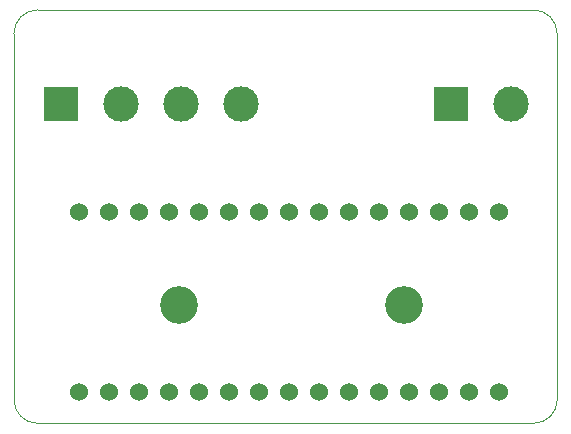
<source format=gbs>
G04 #@! TF.GenerationSoftware,KiCad,Pcbnew,(6.0.0)*
G04 #@! TF.CreationDate,2022-01-15T23:36:52+01:00*
G04 #@! TF.ProjectId,apa102nano,61706131-3032-46e6-916e-6f2e6b696361,rev?*
G04 #@! TF.SameCoordinates,Original*
G04 #@! TF.FileFunction,Soldermask,Bot*
G04 #@! TF.FilePolarity,Negative*
%FSLAX46Y46*%
G04 Gerber Fmt 4.6, Leading zero omitted, Abs format (unit mm)*
G04 Created by KiCad (PCBNEW (6.0.0)) date 2022-01-15 23:36:52*
%MOMM*%
%LPD*%
G01*
G04 APERTURE LIST*
G04 #@! TA.AperFunction,Profile*
%ADD10C,0.050000*%
G04 #@! TD*
%ADD11C,3.200000*%
%ADD12C,3.000000*%
%ADD13R,3.000000X3.000000*%
%ADD14C,1.524000*%
G04 APERTURE END LIST*
D10*
X103000000Y-46000000D02*
X61000000Y-46000000D01*
X105000000Y-48000000D02*
G75*
G03*
X103000000Y-46000000I-2000000J0D01*
G01*
X103000000Y-81000000D02*
G75*
G03*
X105000000Y-79000000I0J2000000D01*
G01*
X59000000Y-79000000D02*
G75*
G03*
X61000000Y-81000000I2000000J0D01*
G01*
X61000000Y-46000000D02*
G75*
G03*
X59000000Y-48000000I0J-2000000D01*
G01*
X105000000Y-79000000D02*
X105000000Y-48000000D01*
X61000000Y-81000000D02*
X103000000Y-81000000D01*
X59000000Y-48000000D02*
X59000000Y-79000000D01*
D11*
X73000000Y-71000000D03*
X92000000Y-71000000D03*
D12*
X78240000Y-54000000D03*
D13*
X63000000Y-54000000D03*
D12*
X73160000Y-54000000D03*
X68080000Y-54000000D03*
X101080000Y-54000000D03*
D13*
X96000000Y-54000000D03*
D14*
X64490000Y-78350000D03*
X67030000Y-78350000D03*
X69570000Y-78350000D03*
X72110000Y-78350000D03*
X74650000Y-78350000D03*
X77190000Y-78350000D03*
X79730000Y-78350000D03*
X82270000Y-78350000D03*
X84810000Y-78350000D03*
X87350000Y-78350000D03*
X89890000Y-78350000D03*
X92430000Y-78350000D03*
X94970000Y-78350000D03*
X97510000Y-78350000D03*
X100050000Y-78350000D03*
X64490000Y-63110000D03*
X67030000Y-63110000D03*
X69570000Y-63110000D03*
X72110000Y-63110000D03*
X74650000Y-63110000D03*
X77190000Y-63110000D03*
X79730000Y-63110000D03*
X82270000Y-63110000D03*
X84810000Y-63110000D03*
X87350000Y-63110000D03*
X89890000Y-63110000D03*
X92430000Y-63110000D03*
X94970000Y-63110000D03*
X97510000Y-63110000D03*
X100050000Y-63110000D03*
M02*

</source>
